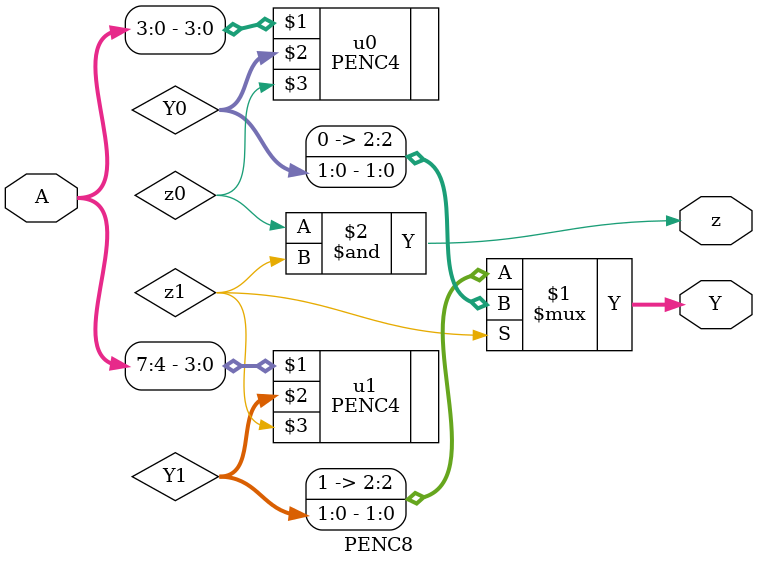
<source format=v>
module PENC8 (A,Y,z);
input[7:0] A;
output[2:0] Y;
output z;
wire [1:0] Y0,Y1;
wire z0,z1;

PENC4 u0(A[3:0],Y0,z0);
PENC4 u1(A[7:4],Y1,z1);
assign Y=z1?{1'b0,Y0}:{1'b1,Y1};
assign z=z0&z1;

endmodule
</source>
